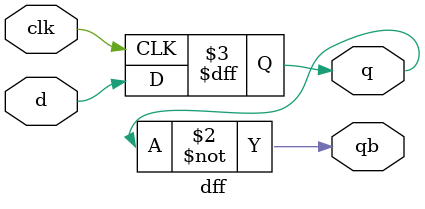
<source format=sv>
module dff(d,clk,q,qb);
input d,clk;
output reg q,qb;

always @(posedge clk) begin 
	q <= d;
end
assign qb = ~q;
endmodule 
</source>
